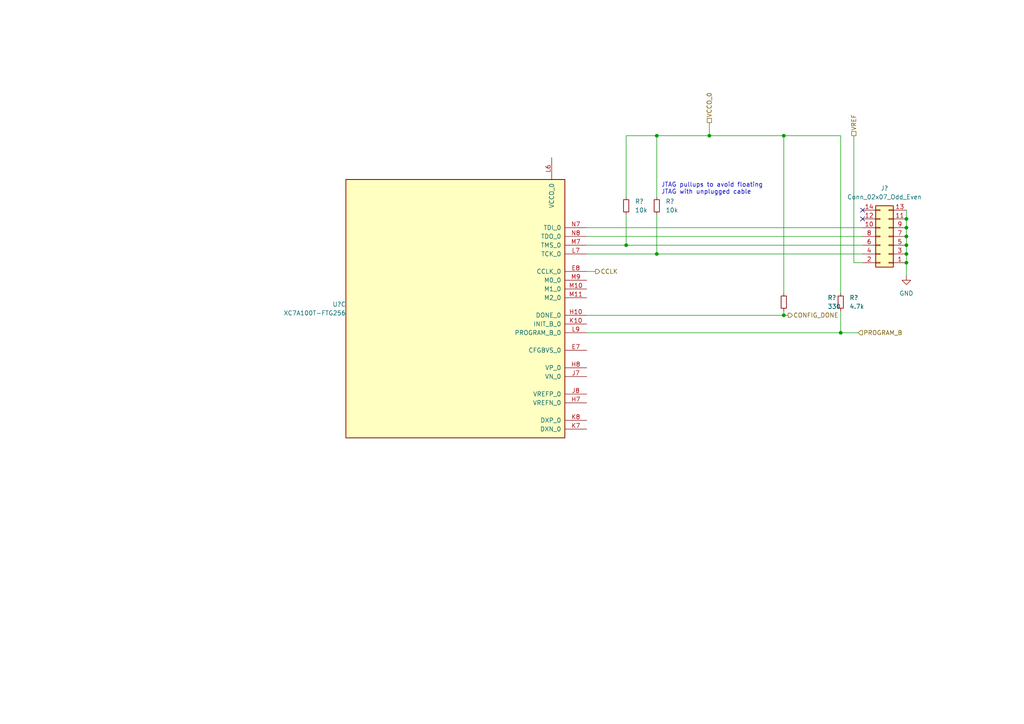
<source format=kicad_sch>
(kicad_sch (version 20211123) (generator eeschema)
  (paper "A4")
  (title_block (title "VGA Centrifuge FPGA board") (rev "R1") (comment 1 "Author: Paolo Celati"))
  (lib_symbols
    (symbol "Connector_Generic:Conn_02x07_Odd_Even" (pin_names (offset 1.016) hide)
      (property "Reference" "J" (at 1.27 10.16 0))
      (property "Value" "Conn_02x07_Odd_Even" (at 1.27 -10.16 0))
      (symbol "Conn_02x07_Odd_Even_1_1"
        (rectangle (start -1.27 -7.493) (end 0 -7.747) (stroke (width 0.1524)))
        (rectangle (start -1.27 -4.953) (end 0 -5.207) (stroke (width 0.1524)))
        (rectangle (start -1.27 -2.413) (end 0 -2.667) (stroke (width 0.1524)))
        (rectangle (start -1.27 0.127) (end 0 -0.127) (stroke (width 0.1524)))
        (rectangle (start -1.27 2.667) (end 0 2.413) (stroke (width 0.1524)))
        (rectangle (start -1.27 5.207) (end 0 4.953) (stroke (width 0.1524)))
        (rectangle (start -1.27 7.747) (end 0 7.493) (stroke (width 0.1524)))
        (rectangle (start -1.27 8.89) (end 3.81 -8.89) (stroke (width 0.254)) (fill (type background)))
        (rectangle (start 3.81 -7.493) (end 2.54 -7.747) (stroke (width 0.1524)))
        (rectangle (start 3.81 -4.953) (end 2.54 -5.207) (stroke (width 0.1524)))
        (rectangle (start 3.81 -2.413) (end 2.54 -2.667) (stroke (width 0.1524)))
        (rectangle (start 3.81 0.127) (end 2.54 -0.127) (stroke (width 0.1524)))
        (rectangle (start 3.81 2.667) (end 2.54 2.413) (stroke (width 0.1524)))
        (rectangle (start 3.81 5.207) (end 2.54 4.953) (stroke (width 0.1524)))
        (rectangle (start 3.81 7.747) (end 2.54 7.493) (stroke (width 0.1524)))
        (pin passive line (at -5.08 7.62 0) (length 3.81) (name "Pin_1") (number "1"))
        (pin passive line (at 7.62 -2.54 180) (length 3.81) (name "Pin_10") (number "10"))
        (pin passive line (at -5.08 -5.08 0) (length 3.81) (name "Pin_11") (number "11"))
        (pin passive line (at 7.62 -5.08 180) (length 3.81) (name "Pin_12") (number "12"))
        (pin passive line (at -5.08 -7.62 0) (length 3.81) (name "Pin_13") (number "13"))
        (pin passive line (at 7.62 -7.62 180) (length 3.81) (name "Pin_14") (number "14"))
        (pin passive line (at 7.62 7.62 180) (length 3.81) (name "Pin_2") (number "2"))
        (pin passive line (at -5.08 5.08 0) (length 3.81) (name "Pin_3") (number "3"))
        (pin passive line (at 7.62 5.08 180) (length 3.81) (name "Pin_4") (number "4"))
        (pin passive line (at -5.08 2.54 0) (length 3.81) (name "Pin_5") (number "5"))
        (pin passive line (at 7.62 2.54 180) (length 3.81) (name "Pin_6") (number "6"))
        (pin passive line (at -5.08 0 0) (length 3.81) (name "Pin_7") (number "7"))
        (pin passive line (at 7.62 0 180) (length 3.81) (name "Pin_8") (number "8"))
        (pin passive line (at -5.08 -2.54 0) (length 3.81) (name "Pin_9") (number "9"))
      )
    )
    (symbol "Device:R_Small" (pin_numbers hide) (pin_names (offset 0.254) hide)
      (property "Reference" "R" (at 0.762 0.508 0))
      (property "Value" "R_Small" (at 0.762 -1.016 0))
      (symbol "R_Small_0_1"
        (rectangle (start -0.762 1.778) (end 0.762 -1.778) (stroke (width 0.2032)))
      )
      (symbol "R_Small_1_1"
        (pin passive line (at 0 2.54 270) (length 0.762) (name "~") (number "1"))
        (pin passive line (at 0 -2.54 90) (length 0.762) (name "~") (number "2"))
      )
    )
    (symbol "FPGA_Xilinx_Artix7:XC7A100T-FTG256" (pin_names (offset 1.016))
      (property "Reference" "U" (at 0 1.27 0))
      (property "Value" "XC7A100T-FTG256" (at 0 -1.27 0))
      (symbol "XC7A100T-FTG256_1_1"
        (rectangle (start -44.45 67.31) (end 44.45 -73.66) (stroke (width 0.254)) (fill (type background)))
        (pin bidirectional line (at 50.8 38.1 180) (length 6.35) (name "IO_L3N_T0_DQS_AD1N_15") (number "A10"))
        (pin bidirectional line (at 50.8 27.94 180) (length 6.35) (name "IO_L5N_T0_AD9N_15") (number "A12"))
        (pin bidirectional line (at 50.8 20.32 180) (length 6.35) (name "IO_L7P_T1_AD2P_15") (number "A13"))
        (pin bidirectional line (at 50.8 17.78 180) (length 6.35) (name "IO_L7N_T1_AD2N_15") (number "A14"))
        (pin bidirectional line (at 50.8 7.62 180) (length 6.35) (name "IO_L9N_T1_DQS_AD3N_15") (number "A15"))
        (pin power_in line (at 27.94 73.66 270) (length 6.35) (name "VCCO_15") (number "A16"))
        (pin bidirectional line (at 50.8 45.72 180) (length 6.35) (name "IO_L2P_T0_AD8P_15") (number "A8"))
        (pin bidirectional line (at 50.8 43.18 180) (length 6.35) (name "IO_L2N_T0_AD8N_15") (number "A9"))
        (pin bidirectional line (at 50.8 35.56 180) (length 6.35) (name "IO_L4P_T0_15") (number "B10"))
        (pin bidirectional line (at 50.8 33.02 180) (length 6.35) (name "IO_L4N_T0_15") (number "B11"))
        (pin bidirectional line (at 50.8 30.48 180) (length 6.35) (name "IO_L5P_T0_AD9P_15") (number "B12"))
        (pin power_in line (at 30.48 73.66 270) (length 6.35) (name "VCCO_15") (number "B13"))
        (pin bidirectional line (at 50.8 12.7 180) (length 6.35) (name "IO_L8N_T1_AD10N_15") (number "B14"))
        (pin bidirectional line (at 50.8 10.16 180) (length 6.35) (name "IO_L9P_T1_DQS_AD3P_15") (number "B15"))
        (pin bidirectional line (at 50.8 2.54 180) (length 6.35) (name "IO_L10N_T1_AD11N_15") (number "B16"))
        (pin bidirectional line (at 50.8 40.64 180) (length 6.35) (name "IO_L3P_T0_DQS_AD1P_15") (number "B9"))
        (pin power_in line (at 33.02 73.66 270) (length 6.35) (name "VCCO_15") (number "C10"))
        (pin bidirectional line (at 50.8 0 180) (length 6.35) (name "IO_L11P_T1_SRCC_15") (number "C11"))
        (pin bidirectional line (at 50.8 -2.54 180) (length 6.35) (name "IO_L11N_T1_SRCC_15") (number "C12"))
        (pin bidirectional line (at 50.8 -7.62 180) (length 6.35) (name "IO_L12N_T1_MRCC_15") (number "C13"))
        (pin bidirectional line (at 50.8 15.24 180) (length 6.35) (name "IO_L8P_T1_AD10P_15") (number "C14"))
        (pin bidirectional line (at 50.8 5.08 180) (length 6.35) (name "IO_L10P_T1_AD11P_15") (number "C16"))
        (pin bidirectional line (at 50.8 50.8 180) (length 6.35) (name "IO_L1P_T0_AD0P_15") (number "C8"))
        (pin bidirectional line (at 50.8 48.26 180) (length 6.35) (name "IO_L1N_T0_AD0N_15") (number "C9"))
        (pin bidirectional line (at 50.8 53.34 180) (length 6.35) (name "IO_0_15") (number "D10"))
        (pin bidirectional line (at 50.8 -17.78 180) (length 6.35) (name "IO_L14N_T2_SRCC_15") (number "D11"))
        (pin bidirectional line (at 50.8 -5.08 180) (length 6.35) (name "IO_L12P_T1_MRCC_15") (number "D13"))
        (pin bidirectional line (at 50.8 -20.32 180) (length 6.35) (name "IO_L15P_T2_DQS_15") (number "D14"))
        (pin bidirectional line (at 50.8 -22.86 180) (length 6.35) (name "IO_L15N_T2_DQS_ADV_B_15") (number "D15"))
        (pin bidirectional line (at 50.8 -33.02 180) (length 6.35) (name "IO_L17N_T2_A25_15") (number "D16"))
        (pin bidirectional line (at 50.8 25.4 180) (length 6.35) (name "IO_L6P_T0_15") (number "D8"))
        (pin bidirectional line (at 50.8 22.86 180) (length 6.35) (name "IO_L6N_T0_VREF_15") (number "D9"))
        (pin bidirectional line (at 50.8 -15.24 180) (length 6.35) (name "IO_L14P_T2_SRCC_15") (number "E11"))
        (pin bidirectional line (at 50.8 -10.16 180) (length 6.35) (name "IO_L13P_T2_MRCC_15") (number "E12"))
        (pin bidirectional line (at 50.8 -12.7 180) (length 6.35) (name "IO_L13N_T2_MRCC_15") (number "E13"))
        (pin power_in line (at 35.56 73.66 270) (length 6.35) (name "VCCO_15") (number "E14"))
        (pin bidirectional line (at 50.8 -38.1 180) (length 6.35) (name "IO_L18N_T2_A23_15") (number "E15"))
        (pin bidirectional line (at 50.8 -30.48 180) (length 6.35) (name "IO_L17P_T2_A26_15") (number "E16"))
        (pin bidirectional line (at 50.8 -25.4 180) (length 6.35) (name "IO_L16P_T2_A28_15") (number "F12"))
        (pin bidirectional line (at 50.8 -27.94 180) (length 6.35) (name "IO_L16N_T2_A27_15") (number "F13"))
        (pin bidirectional line (at 50.8 -53.34 180) (length 6.35) (name "IO_L21N_T3_DQS_A18_15") (number "F14"))
        (pin bidirectional line (at 50.8 -35.56 180) (length 6.35) (name "IO_L18P_T2_A24_15") (number "F15"))
        (pin bidirectional line (at 50.8 -71.12 180) (length 6.35) (name "IO_25_15") (number "G11"))
        (pin bidirectional line (at 50.8 -43.18 180) (length 6.35) (name "IO_L19N_T3_A21_VREF_15") (number "G12"))
        (pin bidirectional line (at 50.8 -50.8 180) (length 6.35) (name "IO_L21P_T3_DQS_15") (number "G14"))
        (pin bidirectional line (at 50.8 -68.58 180) (length 6.35) (name "IO_L24N_T3_RS0_15") (number "G15"))
        (pin bidirectional line (at 50.8 -58.42 180) (length 6.35) (name "IO_L22N_T3_A16_15") (number "G16"))
        (pin bidirectional line (at 50.8 -40.64 180) (length 6.35) (name "IO_L19P_T3_A22_15") (number "H11"))
        (pin bidirectional line (at 50.8 -45.72 180) (length 6.35) (name "IO_L20P_T3_A20_15") (number "H12"))
        (pin bidirectional line (at 50.8 -48.26 180) (length 6.35) (name "IO_L20N_T3_A19_15") (number "H13"))
        (pin bidirectional line (at 50.8 -66.04 180) (length 6.35) (name "IO_L24P_T3_RS1_15") (number "H14"))
        (pin power_in line (at 38.1 73.66 270) (length 6.35) (name "VCCO_15") (number "H15"))
        (pin bidirectional line (at 50.8 -55.88 180) (length 6.35) (name "IO_L22P_T3_A17_15") (number "H16"))
        (pin power_in line (at 40.64 73.66 270) (length 6.35) (name "VCCO_15") (number "J12"))
        (pin bidirectional line (at -50.8 50.8 0) (length 6.35) (name "IO_L1P_T0_D00_MOSI_14") (number "J13"))
        (pin bidirectional line (at -50.8 48.26 0) (length 6.35) (name "IO_L1N_T0_D01_DIN_14") (number "J14"))
        (pin bidirectional line (at 50.8 -60.96 180) (length 6.35) (name "IO_L23P_T3_FOE_B_15") (number "J15"))
        (pin bidirectional line (at 50.8 -63.5 180) (length 6.35) (name "IO_L23N_T3_FWE_B_15") (number "J16"))
        (pin bidirectional line (at -50.8 53.34 0) (length 6.35) (name "IO_0_14") (number "K12"))
        (pin bidirectional line (at -50.8 30.48 0) (length 6.35) (name "IO_L5P_T0_D06_14") (number "K13"))
        (pin bidirectional line (at -50.8 45.72 0) (length 6.35) (name "IO_L2P_T0_D02_14") (number "K15"))
        (pin bidirectional line (at -50.8 43.18 0) (length 6.35) (name "IO_L2N_T0_D03_14") (number "K16"))
        (pin bidirectional line (at -50.8 25.4 0) (length 6.35) (name "IO_L6P_T0_FCS_B_14") (number "L12"))
        (pin bidirectional line (at -50.8 27.94 0) (length 6.35) (name "IO_L5N_T0_D07_14") (number "L13"))
        (pin bidirectional line (at -50.8 35.56 0) (length 6.35) (name "IO_L4P_T0_D04_14") (number "L14"))
        (pin bidirectional line (at -50.8 40.64 0) (length 6.35) (name "IO_L3P_T0_DQS_PUDC_B_14") (number "L15"))
        (pin power_in line (at -40.64 73.66 270) (length 6.35) (name "VCCO_14") (number "L16"))
        (pin bidirectional line (at -50.8 22.86 0) (length 6.35) (name "IO_L6N_T0_D08_VREF_14") (number "M12"))
        (pin power_in line (at -38.1 73.66 270) (length 6.35) (name "VCCO_14") (number "M13"))
        (pin bidirectional line (at -50.8 33.02 0) (length 6.35) (name "IO_L4N_T0_D05_14") (number "M14"))
        (pin bidirectional line (at -50.8 38.1 0) (length 6.35) (name "IO_L3N_T0_DQS_EMCCLK_14") (number "M15"))
        (pin bidirectional line (at -50.8 20.32 0) (length 6.35) (name "IO_L7P_T1_D09_14") (number "M16"))
        (pin bidirectional line (at -50.8 -40.64 0) (length 6.35) (name "IO_L19P_T3_A10_D26_14") (number "M6"))
        (pin power_in line (at -35.56 73.66 270) (length 6.35) (name "VCCO_14") (number "N10"))
        (pin bidirectional line (at -50.8 -10.16 0) (length 6.35) (name "IO_L13P_T2_MRCC_14") (number "N11"))
        (pin bidirectional line (at -50.8 -12.7 0) (length 6.35) (name "IO_L13N_T2_MRCC_14") (number "N12"))
        (pin bidirectional line (at -50.8 0 0) (length 6.35) (name "IO_L11P_T1_SRCC_14") (number "N13"))
        (pin bidirectional line (at -50.8 -5.08 0) (length 6.35) (name "IO_L12P_T1_MRCC_14") (number "N14"))
        (pin bidirectional line (at -50.8 17.78 0) (length 6.35) (name "IO_L7N_T1_D10_14") (number "N16"))
        (pin bidirectional line (at -50.8 -43.18 0) (length 6.35) (name "IO_L19N_T3_A09_D25_VREF_14") (number "N6"))
        (pin bidirectional line (at -50.8 -35.56 0) (length 6.35) (name "IO_L18P_T2_A12_D28_14") (number "N9"))
        (pin bidirectional line (at -50.8 -15.24 0) (length 6.35) (name "IO_L14P_T2_SRCC_14") (number "P10"))
        (pin bidirectional line (at -50.8 -17.78 0) (length 6.35) (name "IO_L14N_T2_SRCC_14") (number "P11"))
        (pin bidirectional line (at -50.8 -2.54 0) (length 6.35) (name "IO_L11N_T1_SRCC_14") (number "P13"))
        (pin bidirectional line (at -50.8 -7.62 0) (length 6.35) (name "IO_L12N_T1_MRCC_14") (number "P14"))
        (pin bidirectional line (at -50.8 15.24 0) (length 6.35) (name "IO_L8P_T1_D11_14") (number "P15"))
        (pin bidirectional line (at -50.8 12.7 0) (length 6.35) (name "IO_L8N_T1_D12_14") (number "P16"))
        (pin bidirectional line (at -50.8 -71.12 0) (length 6.35) (name "IO_25_14") (number "P6"))
        (pin power_in line (at -33.02 73.66 270) (length 6.35) (name "VCCO_14") (number "P7"))
        (pin bidirectional line (at -50.8 -45.72 0) (length 6.35) (name "IO_L20P_T3_A08_D24_14") (number "P8"))
        (pin bidirectional line (at -50.8 -38.1 0) (length 6.35) (name "IO_L18N_T2_A11_D27_14") (number "P9"))
        (pin bidirectional line (at -50.8 -30.48 0) (length 6.35) (name "IO_L17P_T2_A14_D30_14") (number "R10"))
        (pin bidirectional line (at -50.8 -33.02 0) (length 6.35) (name "IO_L17N_T2_A13_D29_14") (number "R11"))
        (pin bidirectional line (at -50.8 -20.32 0) (length 6.35) (name "IO_L15P_T2_DQS_RDWR_B_14") (number "R12"))
        (pin bidirectional line (at -50.8 -25.4 0) (length 6.35) (name "IO_L16P_T2_CSI_B_14") (number "R13"))
        (pin power_in line (at -30.48 73.66 270) (length 6.35) (name "VCCO_14") (number "R14"))
        (pin bidirectional line (at -50.8 10.16 0) (length 6.35) (name "IO_L9P_T1_DQS_14") (number "R15"))
        (pin bidirectional line (at -50.8 7.62 0) (length 6.35) (name "IO_L9N_T1_DQS_D13_14") (number "R16"))
        (pin bidirectional line (at -50.8 -60.96 0) (length 6.35) (name "IO_L23P_T3_A03_D19_14") (number "R5"))
        (pin bidirectional line (at -50.8 -66.04 0) (length 6.35) (name "IO_L24P_T3_A01_D17_14") (number "R6"))
        (pin bidirectional line (at -50.8 -68.58 0) (length 6.35) (name "IO_L24N_T3_A00_D16_14") (number "R7"))
        (pin bidirectional line (at -50.8 -48.26 0) (length 6.35) (name "IO_L20N_T3_A07_D23_14") (number "R8"))
        (pin bidirectional line (at -50.8 -58.42 0) (length 6.35) (name "IO_L22N_T3_A04_D20_14") (number "T10"))
        (pin power_in line (at -27.94 73.66 270) (length 6.35) (name "VCCO_14") (number "T11"))
        (pin bidirectional line (at -50.8 -22.86 0) (length 6.35) (name "IO_L15N_T2_DQS_DOUT_CSO_B_14") (number "T12"))
        (pin bidirectional line (at -50.8 -27.94 0) (length 6.35) (name "IO_L16N_T2_A15_D31_14") (number "T13"))
        (pin bidirectional line (at -50.8 5.08 0) (length 6.35) (name "IO_L10P_T1_D14_14") (number "T14"))
        (pin bidirectional line (at -50.8 2.54 0) (length 6.35) (name "IO_L10N_T1_D15_14") (number "T15"))
        (pin bidirectional line (at -50.8 -63.5 0) (length 6.35) (name "IO_L23N_T3_A02_D18_14") (number "T5"))
        (pin bidirectional line (at -50.8 -50.8 0) (length 6.35) (name "IO_L21P_T3_DQS_14") (number "T7"))
        (pin bidirectional line (at -50.8 -53.34 0) (length 6.35) (name "IO_L21N_T3_DQS_A06_D22_14") (number "T8"))
        (pin bidirectional line (at -50.8 -55.88 0) (length 6.35) (name "IO_L22P_T3_A05_D21_14") (number "T9"))
      )
      (symbol "XC7A100T-FTG256_2_1"
        (rectangle (start -44.45 67.31) (end 44.45 -73.66) (stroke (width 0.254)) (fill (type background)))
        (pin bidirectional line (at 50.8 12.7 180) (length 6.35) (name "IO_L8N_T1_AD14N_35") (number "A2"))
        (pin bidirectional line (at 50.8 33.02 180) (length 6.35) (name "IO_L4N_T0_35") (number "A3"))
        (pin bidirectional line (at 50.8 38.1 180) (length 6.35) (name "IO_L3N_T0_DQS_AD5N_35") (number "A4"))
        (pin bidirectional line (at 50.8 40.64 180) (length 6.35) (name "IO_L3P_T0_DQS_AD5P_35") (number "A5"))
        (pin power_in line (at 27.94 73.66 270) (length 6.35) (name "VCCO_35") (number "A6"))
        (pin bidirectional line (at 50.8 48.26 180) (length 6.35) (name "IO_L1N_T0_AD4N_35") (number "A7"))
        (pin bidirectional line (at 50.8 7.62 180) (length 6.35) (name "IO_L9N_T1_DQS_AD7N_35") (number "B1"))
        (pin bidirectional line (at 50.8 15.24 180) (length 6.35) (name "IO_L8P_T1_AD14P_35") (number "B2"))
        (pin power_in line (at 30.48 73.66 270) (length 6.35) (name "VCCO_35") (number "B3"))
        (pin bidirectional line (at 50.8 35.56 180) (length 6.35) (name "IO_L4P_T0_35") (number "B4"))
        (pin bidirectional line (at 50.8 43.18 180) (length 6.35) (name "IO_L2N_T0_AD12N_35") (number "B5"))
        (pin bidirectional line (at 50.8 45.72 180) (length 6.35) (name "IO_L2P_T0_AD12P_35") (number "B6"))
        (pin bidirectional line (at 50.8 50.8 180) (length 6.35) (name "IO_L1P_T0_AD4P_35") (number "B7"))
        (pin bidirectional line (at 50.8 10.16 180) (length 6.35) (name "IO_L9P_T1_DQS_AD7P_35") (number "C1"))
        (pin bidirectional line (at 50.8 17.78 180) (length 6.35) (name "IO_L7N_T1_AD6N_35") (number "C2"))
        (pin bidirectional line (at 50.8 20.32 180) (length 6.35) (name "IO_L7P_T1_AD6P_35") (number "C3"))
        (pin bidirectional line (at 50.8 -7.62 180) (length 6.35) (name "IO_L12N_T1_MRCC_35") (number "C4"))
        (pin bidirectional line (at 50.8 27.94 180) (length 6.35) (name "IO_L5N_T0_AD13N_35") (number "C6"))
        (pin bidirectional line (at 50.8 30.48 180) (length 6.35) (name "IO_L5P_T0_AD13P_35") (number "C7"))
        (pin bidirectional line (at 50.8 2.54 180) (length 6.35) (name "IO_L10N_T1_AD15N_35") (number "D1"))
        (pin bidirectional line (at 50.8 -2.54 180) (length 6.35) (name "IO_L11N_T1_SRCC_35") (number "D3"))
        (pin bidirectional line (at 50.8 -5.08 180) (length 6.35) (name "IO_L12P_T1_MRCC_35") (number "D4"))
        (pin bidirectional line (at 50.8 22.86 180) (length 6.35) (name "IO_L6N_T0_VREF_35") (number "D5"))
        (pin bidirectional line (at 50.8 25.4 180) (length 6.35) (name "IO_L6P_T0_35") (number "D6"))
        (pin power_in line (at 33.02 73.66 270) (length 6.35) (name "VCCO_35") (number "D7"))
        (pin bidirectional line (at 50.8 -22.86 180) (length 6.35) (name "IO_L15N_T2_DQS_35") (number "E1"))
        (pin bidirectional line (at 50.8 5.08 180) (length 6.35) (name "IO_L10P_T1_AD15P_35") (number "E2"))
        (pin bidirectional line (at 50.8 0 180) (length 6.35) (name "IO_L11P_T1_SRCC_35") (number "E3"))
        (pin power_in line (at 35.56 73.66 270) (length 6.35) (name "VCCO_35") (number "E4"))
        (pin bidirectional line (at 50.8 -12.7 180) (length 6.35) (name "IO_L13N_T2_MRCC_35") (number "E5"))
        (pin bidirectional line (at 50.8 53.34 180) (length 6.35) (name "IO_0_35") (number "E6"))
        (pin power_in line (at 38.1 73.66 270) (length 6.35) (name "VCCO_35") (number "F1"))
        (pin bidirectional line (at 50.8 -20.32 180) (length 6.35) (name "IO_L15P_T2_DQS_35") (number "F2"))
        (pin bidirectional line (at 50.8 -17.78 180) (length 6.35) (name "IO_L14N_T2_SRCC_35") (number "F3"))
        (pin bidirectional line (at 50.8 -15.24 180) (length 6.35) (name "IO_L14P_T2_SRCC_35") (number "F4"))
        (pin bidirectional line (at 50.8 -10.16 180) (length 6.35) (name "IO_L13P_T2_MRCC_35") (number "F5"))
        (pin bidirectional line (at 50.8 -33.02 180) (length 6.35) (name "IO_L17N_T2_35") (number "G1"))
        (pin bidirectional line (at 50.8 -30.48 180) (length 6.35) (name "IO_L17P_T2_35") (number "G2"))
        (pin bidirectional line (at 50.8 -27.94 180) (length 6.35) (name "IO_L16N_T2_35") (number "G4"))
        (pin bidirectional line (at 50.8 -25.4 180) (length 6.35) (name "IO_L16P_T2_35") (number "G5"))
        (pin bidirectional line (at 50.8 -48.26 180) (length 6.35) (name "IO_L20N_T3_35") (number "H1"))
        (pin bidirectional line (at 50.8 -45.72 180) (length 6.35) (name "IO_L20P_T3_35") (number "H2"))
        (pin bidirectional line (at 50.8 -53.34 180) (length 6.35) (name "IO_L21N_T3_DQS_35") (number "H3"))
        (pin bidirectional line (at 50.8 -38.1 180) (length 6.35) (name "IO_L18N_T2_35") (number "H4"))
        (pin bidirectional line (at 50.8 -35.56 180) (length 6.35) (name "IO_L18P_T2_35") (number "H5"))
        (pin bidirectional line (at 50.8 -58.42 180) (length 6.35) (name "IO_L22N_T3_35") (number "J1"))
        (pin power_in line (at 40.64 73.66 270) (length 6.35) (name "VCCO_35") (number "J2"))
        (pin bidirectional line (at 50.8 -50.8 180) (length 6.35) (name "IO_L21P_T3_DQS_35") (number "J3"))
        (pin bidirectional line (at 50.8 -43.18 180) (length 6.35) (name "IO_L19N_T3_VREF_35") (number "J4"))
        (pin bidirectional line (at 50.8 -40.64 180) (length 6.35) (name "IO_L19P_T3_35") (number "J5"))
        (pin bidirectional line (at 50.8 -55.88 180) (length 6.35) (name "IO_L22P_T3_35") (number "K1"))
        (pin bidirectional line (at 50.8 -68.58 180) (length 6.35) (name "IO_L24N_T3_35") (number "K2"))
        (pin bidirectional line (at 50.8 -66.04 180) (length 6.35) (name "IO_L24P_T3_35") (number "K3"))
        (pin bidirectional line (at 50.8 -71.12 180) (length 6.35) (name "IO_25_35") (number "K5"))
        (pin bidirectional line (at 50.8 -63.5 180) (length 6.35) (name "IO_L23N_T3_35") (number "L2"))
        (pin bidirectional line (at 50.8 -60.96 180) (length 6.35) (name "IO_L23P_T3_35") (number "L3"))
        (pin bidirectional line (at -50.8 50.8 0) (length 6.35) (name "IO_L1P_T0_34") (number "L4"))
        (pin bidirectional line (at -50.8 53.34 0) (length 6.35) (name "IO_0_34") (number "L5"))
        (pin bidirectional line (at -50.8 43.18 0) (length 6.35) (name "IO_L2N_T0_34") (number "M1"))
        (pin bidirectional line (at -50.8 45.72 0) (length 6.35) (name "IO_L2P_T0_34") (number "M2"))
        (pin power_in line (at -40.64 73.66 270) (length 6.35) (name "VCCO_34") (number "M3"))
        (pin bidirectional line (at -50.8 48.26 0) (length 6.35) (name "IO_L1N_T0_34") (number "M4"))
        (pin bidirectional line (at -50.8 25.4 0) (length 6.35) (name "IO_L6P_T0_34") (number "M5"))
        (pin bidirectional line (at -50.8 35.56 0) (length 6.35) (name "IO_L4P_T0_34") (number "N1"))
        (pin bidirectional line (at -50.8 38.1 0) (length 6.35) (name "IO_L3N_T0_DQS_34") (number "N2"))
        (pin bidirectional line (at -50.8 40.64 0) (length 6.35) (name "IO_L3P_T0_DQS_34") (number "N3"))
        (pin bidirectional line (at -50.8 22.86 0) (length 6.35) (name "IO_L6N_T0_VREF_34") (number "N4"))
        (pin bidirectional line (at -50.8 33.02 0) (length 6.35) (name "IO_L4N_T0_34") (number "P1"))
        (pin bidirectional line (at -50.8 27.94 0) (length 6.35) (name "IO_L5N_T0_34") (number "P3"))
        (pin bidirectional line (at -50.8 30.48 0) (length 6.35) (name "IO_L5P_T0_34") (number "P4"))
        (pin bidirectional line (at -50.8 5.08 0) (length 6.35) (name "IO_L10P_T1_34") (number "P5"))
        (pin bidirectional line (at -50.8 17.78 0) (length 6.35) (name "IO_L7N_T1_34") (number "R1"))
        (pin bidirectional line (at -50.8 20.32 0) (length 6.35) (name "IO_L7P_T1_34") (number "R2"))
        (pin bidirectional line (at -50.8 15.24 0) (length 6.35) (name "IO_L8P_T1_34") (number "R3"))
        (pin power_in line (at -38.1 73.66 270) (length 6.35) (name "VCCO_34") (number "R4"))
        (pin power_in line (at -35.56 73.66 270) (length 6.35) (name "VCCO_34") (number "T1"))
        (pin bidirectional line (at -50.8 12.7 0) (length 6.35) (name "IO_L8N_T1_34") (number "T2"))
        (pin bidirectional line (at -50.8 7.62 0) (length 6.35) (name "IO_L9N_T1_DQS_34") (number "T3"))
        (pin bidirectional line (at -50.8 10.16 0) (length 6.35) (name "IO_L9P_T1_DQS_34") (number "T4"))
      )
      (symbol "XC7A100T-FTG256_3_1"
        (rectangle (start -31.75 34.29) (end 31.75 -40.64) (stroke (width 0.254)) (fill (type background)))
        (pin bidirectional line (at 38.1 -15.24 180) (length 6.35) (name "CFGBVS_0") (number "E7"))
        (pin bidirectional line (at 38.1 7.62 180) (length 6.35) (name "CCLK_0") (number "E8"))
        (pin bidirectional line (at 38.1 -5.08 180) (length 6.35) (name "DONE_0") (number "H10"))
        (pin bidirectional line (at 38.1 -30.48 180) (length 6.35) (name "VREFN_0") (number "H7"))
        (pin bidirectional line (at 38.1 -20.32 180) (length 6.35) (name "VP_0") (number "H8"))
        (pin bidirectional line (at 38.1 -22.86 180) (length 6.35) (name "VN_0") (number "J7"))
        (pin bidirectional line (at 38.1 -27.94 180) (length 6.35) (name "VREFP_0") (number "J8"))
        (pin bidirectional line (at 38.1 -7.62 180) (length 6.35) (name "INIT_B_0") (number "K10"))
        (pin bidirectional line (at 38.1 -38.1 180) (length 6.35) (name "DXN_0") (number "K7"))
        (pin bidirectional line (at 38.1 -35.56 180) (length 6.35) (name "DXP_0") (number "K8"))
        (pin power_in line (at 27.94 40.64 270) (length 6.35) (name "VCCO_0") (number "L6"))
        (pin bidirectional line (at 38.1 12.7 180) (length 6.35) (name "TCK_0") (number "L7"))
        (pin bidirectional line (at 38.1 -10.16 180) (length 6.35) (name "PROGRAM_B_0") (number "L9"))
        (pin bidirectional line (at 38.1 2.54 180) (length 6.35) (name "M1_0") (number "M10"))
        (pin bidirectional line (at 38.1 0 180) (length 6.35) (name "M2_0") (number "M11"))
        (pin bidirectional line (at 38.1 15.24 180) (length 6.35) (name "TMS_0") (number "M7"))
        (pin bidirectional line (at 38.1 5.08 180) (length 6.35) (name "M0_0") (number "M9"))
        (pin bidirectional line (at 38.1 20.32 180) (length 6.35) (name "TDI_0") (number "N7"))
        (pin bidirectional line (at 38.1 17.78 180) (length 6.35) (name "TDO_0") (number "N8"))
      )
      (symbol "XC7A100T-FTG256_4_1"
        (rectangle (start -19.05 35.56) (end 19.05 -35.56) (stroke (width 0.254)) (fill (type background)))
        (pin power_in line (at -25.4 2.54 0) (length 6.35) (name "GND") (number "A1"))
        (pin power_in line (at -25.4 0 0) (length 6.35) (name "GND") (number "A11"))
        (pin power_in line (at -25.4 -2.54 0) (length 6.35) (name "GND") (number "B8"))
        (pin power_in line (at -25.4 -7.62 0) (length 6.35) (name "GND") (number "C15"))
        (pin power_in line (at -25.4 -5.08 0) (length 6.35) (name "GND") (number "C5"))
        (pin power_in line (at -25.4 -12.7 0) (length 6.35) (name "GND") (number "D12"))
        (pin power_in line (at -25.4 -10.16 0) (length 6.35) (name "GND") (number "D2"))
        (pin power_in line (at -25.4 12.7 0) (length 6.35) (name "VCCBRAM") (number "E10"))
        (pin power_in line (at -25.4 -15.24 0) (length 6.35) (name "GND") (number "E9"))
        (pin power_in line (at -25.4 -20.32 0) (length 6.35) (name "GND") (number "F10"))
        (pin power_in line (at -25.4 10.16 0) (length 6.35) (name "VCCBRAM") (number "F11"))
        (pin power_in line (at -25.4 -22.86 0) (length 6.35) (name "GND") (number "F16"))
        (pin power_in line (at -25.4 -17.78 0) (length 6.35) (name "GND") (number "F6"))
        (pin power_in line (at 25.4 33.02 180) (length 6.35) (name "VCCINT") (number "F7"))
        (pin power_in line (at -25.4 15.24 0) (length 6.35) (name "VCCBATT_0") (number "F8"))
        (pin power_in line (at 25.4 30.48 180) (length 6.35) (name "VCCINT") (number "F9"))
        (pin power_in line (at -25.4 33.02 0) (length 6.35) (name "VCCAUX") (number "G10"))
        (pin power_in line (at -25.4 -30.48 0) (length 6.35) (name "GND") (number "G13"))
        (pin power_in line (at -25.4 -25.4 0) (length 6.35) (name "GND") (number "G3"))
        (pin power_in line (at 25.4 27.94 180) (length 6.35) (name "VCCINT") (number "G6"))
        (pin power_in line (at -25.4 20.32 0) (length 6.35) (name "GNDADC_0") (number "G7"))
        (pin power_in line (at -25.4 17.78 0) (length 6.35) (name "VCCADC_0") (number "G8"))
        (pin power_in line (at -25.4 -27.94 0) (length 6.35) (name "GND") (number "G9"))
        (pin power_in line (at -25.4 -33.02 0) (length 6.35) (name "GND") (number "H6"))
        (pin power_in line (at 25.4 25.4 180) (length 6.35) (name "VCCINT") (number "H9"))
        (pin power_in line (at -25.4 30.48 0) (length 6.35) (name "VCCAUX") (number "J10"))
        (pin power_in line (at 25.4 0 180) (length 6.35) (name "GND") (number "J11"))
        (pin power_in line (at 25.4 22.86 180) (length 6.35) (name "VCCINT") (number "J6"))
        (pin power_in line (at 25.4 2.54 180) (length 6.35) (name "GND") (number "J9"))
        (pin power_in line (at -25.4 27.94 0) (length 6.35) (name "VCCAUX") (number "K11"))
        (pin power_in line (at 25.4 -7.62 180) (length 6.35) (name "GND") (number "K14"))
        (pin power_in line (at 25.4 -2.54 180) (length 6.35) (name "GND") (number "K4"))
        (pin power_in line (at 25.4 -5.08 180) (length 6.35) (name "GND") (number "K6"))
        (pin power_in line (at 25.4 20.32 180) (length 6.35) (name "VCCINT") (number "K9"))
        (pin power_in line (at 25.4 -10.16 180) (length 6.35) (name "GND") (number "L1"))
        (pin power_in line (at -25.4 25.4 0) (length 6.35) (name "VCCAUX") (number "L10"))
        (pin power_in line (at 25.4 -12.7 180) (length 6.35) (name "GND") (number "L11"))
        (pin power_in line (at 25.4 17.78 180) (length 6.35) (name "VCCINT") (number "L8"))
        (pin power_in line (at 25.4 -15.24 180) (length 6.35) (name "GND") (number "M8"))
        (pin power_in line (at 25.4 -20.32 180) (length 6.35) (name "GND") (number "N15"))
        (pin power_in line (at 25.4 -17.78 180) (length 6.35) (name "GND") (number "N5"))
        (pin power_in line (at 25.4 -25.4 180) (length 6.35) (name "GND") (number "P12"))
        (pin power_in line (at 25.4 -22.86 180) (length 6.35) (name "GND") (number "P2"))
        (pin power_in line (at 25.4 -27.94 180) (length 6.35) (name "GND") (number "R9"))
        (pin power_in line (at 25.4 -33.02 180) (length 6.35) (name "GND") (number "T16"))
        (pin power_in line (at 25.4 -30.48 180) (length 6.35) (name "GND") (number "T6"))
      )
    )
    (symbol "power:GND" (power) (pin_names (offset 0))
      (property "Value" "GND" (at 0 -3.81 0))
      (symbol "GND_0_1"
        (polyline (pts (xy 0 0) (xy 0 -1.27) (xy 1.27 -1.27) (xy 0 -2.54) (xy -1.27 -1.27) (xy 0 -1.27)))
      )
      (symbol "GND_1_1"
        (pin power_in line (at 0 0 270) (length 0) hide (name "GND") (number "1"))
      )
    )
  )
  (junction (at 262.89 76.2))
  (junction (at 227.33 91.44))
  (junction (at 227.33 39.37))
  (junction (at 205.74 39.37))
  (junction (at 262.89 73.66))
  (junction (at 243.84 96.52))
  (junction (at 190.5 39.37))
  (junction (at 262.89 71.12))
  (junction (at 262.89 63.5))
  (junction (at 262.89 66.04))
  (junction (at 190.5 73.66))
  (junction (at 262.89 68.58))
  (junction (at 181.61 71.12))
  (no_connect (at 250.19 63.5))
  (no_connect (at 250.19 60.96))
  (wire (pts (xy 243.84 85.09) (xy 243.84 39.37)))
  (wire (pts (xy 262.89 66.04) (xy 262.89 68.58)))
  (wire (pts (xy 227.33 91.44) (xy 228.6 91.44)))
  (wire (pts (xy 181.61 39.37) (xy 190.5 39.37)))
  (wire (pts (xy 170.18 78.74) (xy 172.72 78.74)))
  (wire (pts (xy 250.19 66.04) (xy 170.18 66.04)))
  (wire (pts (xy 190.5 73.66) (xy 250.19 73.66)))
  (wire (pts (xy 262.89 60.96) (xy 262.89 63.5)))
  (wire (pts (xy 190.5 62.23) (xy 190.5 73.66)))
  (wire (pts (xy 181.61 71.12) (xy 250.19 71.12)))
  (wire (pts (xy 181.61 57.15) (xy 181.61 39.37)))
  (wire (pts (xy 170.18 96.52) (xy 243.84 96.52)))
  (wire (pts (xy 205.74 35.56) (xy 205.74 39.37)))
  (wire (pts (xy 205.74 39.37) (xy 227.33 39.37)))
  (wire (pts (xy 190.5 39.37) (xy 190.5 57.15)))
  (wire (pts (xy 205.74 39.37) (xy 190.5 39.37)))
  (wire (pts (xy 262.89 63.5) (xy 262.89 66.04)))
  (wire (pts (xy 250.19 76.2) (xy 247.65 76.2)))
  (wire (pts (xy 170.18 68.58) (xy 250.19 68.58)))
  (wire (pts (xy 262.89 71.12) (xy 262.89 73.66)))
  (wire (pts (xy 243.84 90.17) (xy 243.84 96.52)))
  (wire (pts (xy 227.33 39.37) (xy 243.84 39.37)))
  (wire (pts (xy 227.33 39.37) (xy 227.33 85.09)))
  (wire (pts (xy 181.61 71.12) (xy 170.18 71.12)))
  (wire (pts (xy 227.33 90.17) (xy 227.33 91.44)))
  (wire (pts (xy 170.18 91.44) (xy 227.33 91.44)))
  (wire (pts (xy 247.65 39.37) (xy 247.65 76.2)))
  (wire (pts (xy 262.89 76.2) (xy 262.89 80.01)))
  (wire (pts (xy 262.89 68.58) (xy 262.89 71.12)))
  (wire (pts (xy 170.18 73.66) (xy 190.5 73.66)))
  (wire (pts (xy 262.89 73.66) (xy 262.89 76.2)))
  (wire (pts (xy 243.84 96.52) (xy 248.92 96.52)))
  (wire (pts (xy 181.61 62.23) (xy 181.61 71.12)))
  (text "JTAG pullups to avoid floating\nJTAG with unplugged cable" (at 191.77 56.515 0) (effects (font (size 1.27 1.27)) (justify left bottom)))
  (hierarchical_label "CONFIG_DONE" (shape output) (at 228.6 91.44 0))
  (hierarchical_label "VCCO_0" (shape passive) (at 205.74 35.56 90))
  (hierarchical_label "PROGRAM_B" (shape input) (at 248.92 96.52 0))
  (hierarchical_label "CCLK" (shape output) (at 172.72 78.74 0))
  (hierarchical_label "VREF" (shape passive) (at 247.65 39.37 90))
  (symbol (lib_id "Device:R_Small") (at 243.84 87.63 0) (unit 1)
    (property "Reference" "R?" (at 246.38 86.3599 0) (effects (justify left)))
    (property "Value" "4.7k" (at 246.38 88.8999 0) (effects (justify left)))
  )
  (symbol (lib_id "Device:R_Small") (at 190.5 59.69 0) (unit 1)
    (property "Reference" "R?" (at 193.04 58.4199 0) (effects (justify left)))
    (property "Value" "10k" (at 193.04 60.9599 0) (effects (justify left)))
  )
  (symbol (lib_id "Connector_Generic:Conn_02x07_Odd_Even") (at 257.81 68.58 180) (unit 1)
    (property "Reference" "J?" (at 256.54 54.61 0))
    (property "Value" "Conn_02x07_Odd_Even" (at 256.54 57.15 0))
  )
  (symbol (lib_id "FPGA_Xilinx_Artix7:XC7A100T-FTG256") (at 132.08 86.36 0) (unit 3)
    (property "Reference" "U?" (at 100.33 88.2649 0) (effects (justify right)))
    (property "Value" "XC7A100T-FTG256" (at 100.33 90.8049 0) (effects (justify right)))
  )
  (symbol (lib_id "power:GND") (at 262.89 80.01 0) (unit 1)
    (property "Reference" "#PWR?" (effects hide))
    (property "Value" "GND" (at 262.89 85.09 0))
  )
  (symbol (lib_id "Device:R_Small") (at 181.61 59.69 0) (unit 1)
    (property "Reference" "R?" (at 184.15 58.4199 0) (effects (justify left)))
    (property "Value" "10k" (at 184.15 60.9599 0) (effects (justify left)))
  )
  (symbol (lib_id "Device:R_Small") (at 227.33 87.63 0) (unit 1)
    (property "Reference" "R?" (at 240.03 86.3599 0) (effects (justify left)))
    (property "Value" "330" (at 240.03 88.8999 0) (effects (justify left)))
  )
)
</source>
